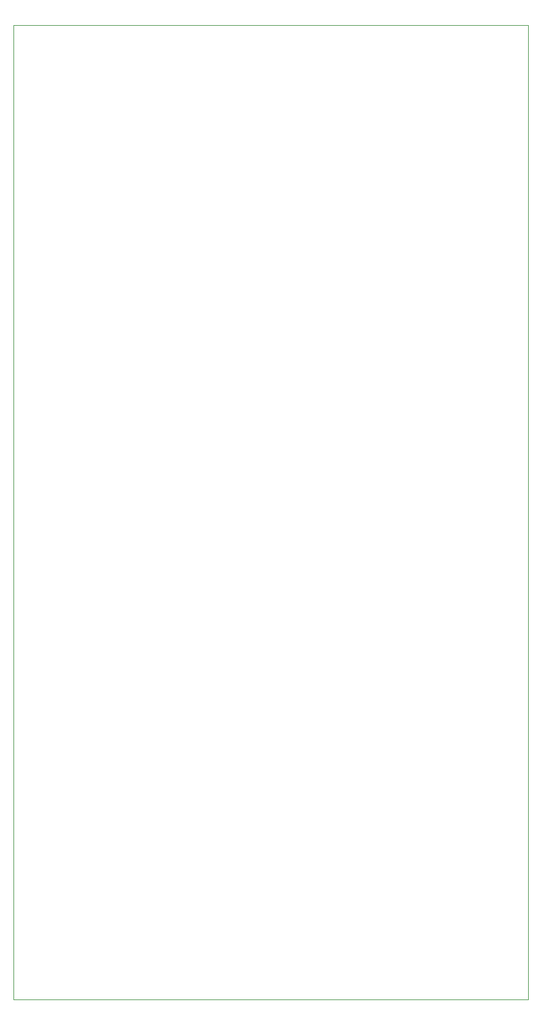
<source format=gbr>
%TF.GenerationSoftware,KiCad,Pcbnew,(6.0.7-1)-1*%
%TF.CreationDate,2022-08-23T13:00:43-05:00*%
%TF.ProjectId,NR1B-analog,4e523142-2d61-46e6-916c-6f672e6b6963,rev?*%
%TF.SameCoordinates,Original*%
%TF.FileFunction,Profile,NP*%
%FSLAX46Y46*%
G04 Gerber Fmt 4.6, Leading zero omitted, Abs format (unit mm)*
G04 Created by KiCad (PCBNEW (6.0.7-1)-1) date 2022-08-23 13:00:43*
%MOMM*%
%LPD*%
G01*
G04 APERTURE LIST*
%TA.AperFunction,Profile*%
%ADD10C,0.100000*%
%TD*%
G04 APERTURE END LIST*
D10*
X48996600Y-18618200D02*
X120142000Y-18618200D01*
X120142000Y-18618200D02*
X120142000Y-153162000D01*
X120142000Y-153162000D02*
X48996600Y-153162000D01*
X48996600Y-153162000D02*
X48996600Y-18618200D01*
M02*

</source>
